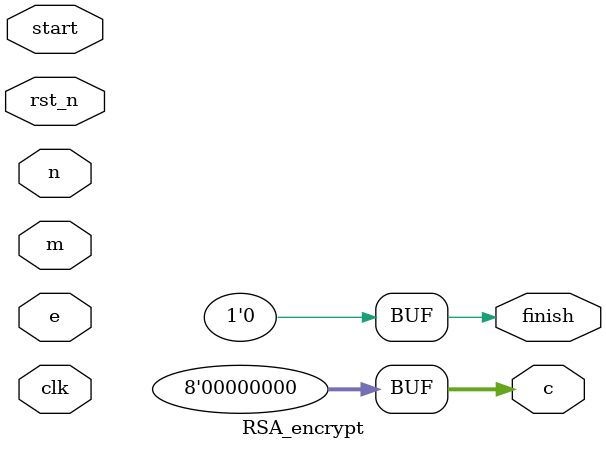
<source format=v>
module RSA_encrypt #(parameter WIDTH = 8)(
    // input
    input                clk,
    input                rst_n,
    input                start,
    input  [  WIDTH-1:0] m, // original message
    input  [  WIDTH-1:0] e, // public key
    input  [2*WIDTH-1:0] n, // modulus (p*q)
    // output
    output [  WIDTH-1:0] c, // encrypted message
    output               finish
);

// tmp
assign c = 0;
assign finish = 0;

endmodule
</source>
